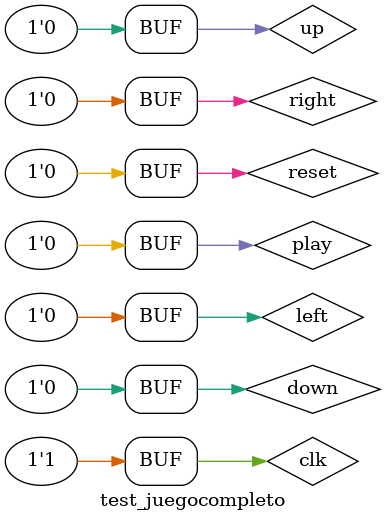
<source format=sv>
module test_juegocompleto();
	
	logic up;
	logic down;
	logic right;
	logic left;
	logic play;
	logic reset;
	logic clk;
	
	
	reg [7:0] red_out;
				reg [7:0] green_out;
				reg [7:0] blue_out;
				logic hsync;
				logic vsync;
				logic n_blank;
				logic vgaclock;
	
	main Test(clk,
	reset,
	up,
	down,
	right,
	left,
	play,
	red_out,
	green_out,
	blue_out,
	hsync,
	vsync,
	n_blank,
	vgaclock);
	  
	
	
	initial
	begin
	
	
	
	#10;
	
	up=0;
	down=0;
	right=0;
	left=0;
	play=0;
	reset = 1;
	clk = 0;
	#10;
	
	clk = ~clk;
	#10;
	
	reset = 0;
	clk = ~clk;
	#10;
	clk = ~clk;
	#10;
	
	play=1;
	clk = ~clk;
	#10;
	clk = ~clk;
	#10;
	clk = ~clk;

	#10;
	clk = ~clk;
	#10;
	play=0;
	clk = ~clk;
	#10;
	clk = ~clk;
	#10;
	clk = ~clk;
	#10;
	clk = ~clk;
	#10;
	
	
	right=1;
	clk = ~clk;
	#10;
	clk = ~clk;
	#10;
	clk = ~clk;
	#10;
	clk = ~clk;
	#10;
	right=0;
	clk = ~clk;
	#10;
	clk = ~clk;
	#10;
	clk = ~clk;
	#10;
	clk = ~clk;
	#10;
	
	right=1;
	clk = ~clk;
	#10;
	clk = ~clk;
	#10;
	clk = ~clk;
	#10;
	clk = ~clk;
	#10;
	right=0;
	clk = ~clk;
	#10;
	clk = ~clk;
	#10;
	clk = ~clk;
	#10;
	clk = ~clk;
	#10;
	
	
	play=1;
	clk = ~clk;
	#10;
	clk = ~clk;
	#10;
	clk = ~clk;
	#10;
	clk = ~clk;
	#10;
	play=0;
	clk = ~clk;
	#10;
	clk = ~clk;
	#10;
	clk = ~clk;
	#10;
	clk = ~clk;
	#10;
	
	left=1;
	clk = ~clk;
	#10;
	clk = ~clk;
	#10;
	clk = ~clk;
	#10;
	clk = ~clk;
	#10;
	left=0;
	clk = ~clk;
	#10;
	clk = ~clk;
	#10;
	clk = ~clk;
	#10;
	clk = ~clk;
	#10;
	
	left=1;
	clk = ~clk;
	#10;
	clk = ~clk;
	#10;
	clk = ~clk;
	#10;
	clk = ~clk;
	#10;
	left=0;
	clk = ~clk;
	#10;
	clk = ~clk;
	#10;
	clk = ~clk;
	#10;
	clk = ~clk;
	#10;
	
	up=1;
	clk = ~clk;
	#10;
	clk = ~clk;
	#10;
	clk = ~clk;
	#10;
	clk = ~clk;
	#10;
	up=0;
	clk = ~clk;
	#10;
	clk = ~clk;
	#10;
	clk = ~clk;
	#10;
	clk = ~clk;
	#10;
	
	up=1;
	clk = ~clk;
	#10;
	clk = ~clk;
	#10;
	clk = ~clk;
	#10;
	clk = ~clk;
	#10;
	up=0;
	clk = ~clk;
	#10;
	clk = ~clk;
	#10;
	clk = ~clk;
	#10;
	clk = ~clk;
	#10;
	
	play=1;
	clk = ~clk;
	#10;
	clk = ~clk;
	#10;
	clk = ~clk;
	#10;
	clk = ~clk;
	#10;
	play=0;
	clk = ~clk;
	#10;
	clk = ~clk;
	#10;
	clk = ~clk;
	#10;
	clk = ~clk;
	#10;
	
	
	right=1;
	clk = ~clk;
	#10;
	clk = ~clk;
	#10;
	clk = ~clk;
	#10;
	clk = ~clk;
	#10;
	right=0;
	clk = ~clk;
	#10;
	clk = ~clk;
	#10;
	clk = ~clk;
	#10;
	clk = ~clk;
	#10;
	
	right=1;
	clk = ~clk;
	#10;
	clk = ~clk;
	#10;
	clk = ~clk;
	#10;
	clk = ~clk;
	#10;
	right=0;
	clk = ~clk;
	#10;
	clk = ~clk;
	#10;
	clk = ~clk;
	#10;
	clk = ~clk;
	#10;
	
	right=1;
	clk = ~clk;
	#10;
	clk = ~clk;
	#10;
	clk = ~clk;
	#10;
	clk = ~clk;
	#10;
	right=0;
	clk = ~clk;
	#10;
	clk = ~clk;
	#10;
	clk = ~clk;
	#10;
	clk = ~clk;
	#10;
	
	play=1;
	clk = ~clk;
	#10;
	clk = ~clk;
	#10;
	clk = ~clk;
	#10;
	clk = ~clk;
	#10;
	play=0;
	clk = ~clk;
	#10;
	clk = ~clk;
	#10;
	clk = ~clk;
	#10;
	clk = ~clk;
	#10;
	
	down=1;
	clk = ~clk;
	#10;
	clk = ~clk;
	#10;
	clk = ~clk;
	#10;
	clk = ~clk;
	#10;
	down=0;
	clk = ~clk;
	#10;
	clk = ~clk;
	#10;
	clk = ~clk;
	#10;
	clk = ~clk;
	#10;
	
	play=1;
	clk = ~clk;
	#10;
	clk = ~clk;
	#10;
	clk = ~clk;
	#10;
	clk = ~clk;
	#10;
	play=0;
	clk = ~clk;
	#10;
	clk = ~clk;
	#10;
	clk = ~clk;
	#10;
	clk = ~clk;
	#10;
	
	left=1;
	clk = ~clk;
	#10;
	clk = ~clk;
	#10;
	clk = ~clk;
	#10;
	clk = ~clk;
	#10;
	left=0;
	clk = ~clk;
	#10;
	clk = ~clk;
	#10;
	clk = ~clk;
	#10;
	clk = ~clk;
	#10;
	
	play=1;
	clk = ~clk;
	#10;
	clk = ~clk;
	#10;
	clk = ~clk;
	#10;
	clk = ~clk;
	#10;
	play=0;
	clk = ~clk;
	#10;
	clk = ~clk;
	#10;
	clk = ~clk;
	#10;
	clk = ~clk;
	#10;
	
	clk = ~clk; #10;
	clk = ~clk; #10;
	clk = ~clk; #10;
	clk = ~clk; #10;
	clk = ~clk; #10;
	clk = ~clk; #10;
	clk = ~clk; #10;
	clk = ~clk; #10;
	clk = ~clk; #10;
	clk = ~clk; #10;
	clk = ~clk; #10;
	clk = ~clk; #10;
	clk = ~clk; #10;
	clk = ~clk; #10;
	clk = ~clk; #10;
	clk = ~clk; #10;
	clk = ~clk; #10;
	clk = ~clk; #10;
	clk = ~clk; #10;
	clk = ~clk; #10;
	clk = ~clk; #10;
	clk = ~clk; #10;
	clk = ~clk; #10;
	clk = ~clk; #10;
	clk = ~clk; #10;
	clk = ~clk; #10;
	clk = ~clk; #10;
	clk = ~clk; #10;
	clk = ~clk; #10;
	clk = ~clk; #10;
	clk = ~clk; #10;
	clk = ~clk; #10;
	clk = ~clk; #10;
	clk = ~clk; #10;
	clk = ~clk; #10;
	clk = ~clk; #10;
	clk = ~clk; #10;
	clk = ~clk; #10;
	clk = ~clk; #10;
	clk = ~clk; #10;
	clk = ~clk; #10;
	clk = ~clk; #10;
	clk = ~clk; #10;
	clk = ~clk; #10;
	clk = ~clk; #10;
	clk = ~clk; #10;
	clk = ~clk; #10;
	clk = ~clk; #10;
	clk = ~clk; #10;
	clk = ~clk; #10;
	clk = ~clk; #10;
	clk = ~clk; #10;
	clk = ~clk; #10;
	clk = ~clk; #10;
	clk = ~clk; #10;
	clk = ~clk; #10;
	clk = ~clk; #10;
	clk = ~clk; #10;
	clk = ~clk; #10;
	clk = ~clk; #10;
	clk = ~clk; #10;
	clk = ~clk; #10;
	clk = ~clk; #10;
	clk = ~clk; #10;
	clk = ~clk; #10;
	clk = ~clk; #10;
	clk = ~clk; #10;
	clk = ~clk; #10;
	clk = ~clk; #10;
	clk = ~clk; #10;
	clk = ~clk; #10;
	clk = ~clk; #10;
	clk = ~clk; #10;
	clk = ~clk; #10;
	clk = ~clk; #10;
	clk = ~clk; #10;
	clk = ~clk; #10;
	clk = ~clk; #10;
	clk = ~clk; #10;
	clk = ~clk; #10;
	clk = ~clk; #10;
	clk = ~clk; #10;
	clk = ~clk; #10;
	clk = ~clk; #10;
	clk = ~clk; #10;
	clk = ~clk; #10;
	clk = ~clk; #10;
	clk = ~clk; #10;
	clk = ~clk; #10;
	clk = ~clk; #10;
	clk = ~clk; #10;
	clk = ~clk; #10;
	clk = ~clk; #10;
	clk = ~clk; #10;
	clk = ~clk; #10;
	clk = ~clk; #10;
	clk = ~clk; #10;
	clk = ~clk; #10;
	clk = ~clk; #10;
	clk = ~clk; #10;
	clk = ~clk; #10;
	clk = ~clk; #10;
	clk = ~clk; #10;
	clk = ~clk; #10;
	clk = ~clk; #10;
	clk = ~clk; #10;
	clk = ~clk; #10;
	clk = ~clk; #10;
	clk = ~clk; #10;
	clk = ~clk; #10;
	clk = ~clk; #10;
	clk = ~clk; #10;
	clk = ~clk; #10;
	clk = ~clk; #10;
	clk = ~clk; #10;
	clk = ~clk; #10;
	clk = ~clk; #10;
	clk = ~clk; #10;
	clk = ~clk; #10;
	clk = ~clk; #10;
	clk = ~clk; #10;
	clk = ~clk; #10;
	clk = ~clk; #10;
	clk = ~clk; #10;
	clk = ~clk; #10;
	clk = ~clk; #10;
	clk = ~clk; #10;
	clk = ~clk; #10;
	clk = ~clk; #10;
	clk = ~clk; #10;
	clk = ~clk; #10;
	clk = ~clk; #10;
	clk = ~clk; #10;
	clk = ~clk; #10;
	clk = ~clk; #10;
	clk = ~clk; #10;
	clk = ~clk; #10;
	clk = ~clk; #10;
	clk = ~clk; #10;
	clk = ~clk; #10;
	clk = ~clk; #10;
	clk = ~clk; #10;
	clk = ~clk; #10;
	clk = ~clk; #10;
	clk = ~clk; #10;
	clk = ~clk; #10;	
		
	end
	
	
endmodule
</source>
